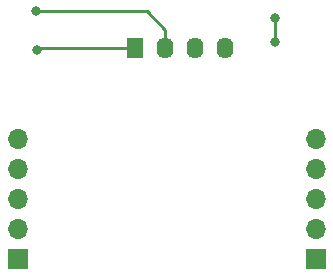
<source format=gbr>
%TF.GenerationSoftware,KiCad,Pcbnew,(6.0.4-0)*%
%TF.CreationDate,2022-07-13T07:01:54-06:00*%
%TF.ProjectId,level_translator,6c657665-6c5f-4747-9261-6e736c61746f,rev?*%
%TF.SameCoordinates,Original*%
%TF.FileFunction,Copper,L2,Bot*%
%TF.FilePolarity,Positive*%
%FSLAX46Y46*%
G04 Gerber Fmt 4.6, Leading zero omitted, Abs format (unit mm)*
G04 Created by KiCad (PCBNEW (6.0.4-0)) date 2022-07-13 07:01:54*
%MOMM*%
%LPD*%
G01*
G04 APERTURE LIST*
%TA.AperFunction,ComponentPad*%
%ADD10R,1.400000X1.800000*%
%TD*%
%TA.AperFunction,ComponentPad*%
%ADD11O,1.400000X1.800000*%
%TD*%
%TA.AperFunction,ComponentPad*%
%ADD12R,1.700000X1.700000*%
%TD*%
%TA.AperFunction,ComponentPad*%
%ADD13O,1.700000X1.700000*%
%TD*%
%TA.AperFunction,ViaPad*%
%ADD14C,0.800000*%
%TD*%
%TA.AperFunction,Conductor*%
%ADD15C,0.250000*%
%TD*%
G04 APERTURE END LIST*
D10*
%TO.P,PS1,1,-Vin*%
%TO.N,GNDPWR*%
X161000000Y-79600000D03*
D11*
%TO.P,PS1,2,+Vin*%
%TO.N,Net-(L1-Pad1)*%
X163540000Y-79600000D03*
%TO.P,PS1,3,0V*%
%TO.N,GND*%
X166080000Y-79600000D03*
%TO.P,PS1,4,+Vout*%
%TO.N,Net-(C4-Pad1)*%
X168620000Y-79600000D03*
%TD*%
D12*
%TO.P,J1,1,Pin_1*%
%TO.N,VD*%
X151100000Y-97500000D03*
D13*
%TO.P,J1,2,Pin_2*%
%TO.N,GNDPWR*%
X151100000Y-94960000D03*
%TO.P,J1,3,Pin_3*%
%TO.N,Net-(J1-Pad3)*%
X151100000Y-92420000D03*
%TO.P,J1,4,Pin_4*%
%TO.N,Net-(J1-Pad4)*%
X151100000Y-89880000D03*
%TO.P,J1,5,Pin_5*%
%TO.N,Net-(J1-Pad5)*%
X151100000Y-87340000D03*
%TD*%
D12*
%TO.P,J2,1,Pin_1*%
%TO.N,+5V*%
X176300000Y-97500000D03*
D13*
%TO.P,J2,2,Pin_2*%
%TO.N,GND*%
X176300000Y-94960000D03*
%TO.P,J2,3,Pin_3*%
%TO.N,Net-(J2-Pad3)*%
X176300000Y-92420000D03*
%TO.P,J2,4,Pin_4*%
%TO.N,Net-(J2-Pad4)*%
X176300000Y-89880000D03*
%TO.P,J2,5,Pin_5*%
%TO.N,Net-(J2-Pad5)*%
X176300000Y-87340000D03*
%TD*%
D14*
%TO.N,Net-(C4-Pad1)*%
X172900000Y-79100000D03*
X172900000Y-77100000D03*
%TO.N,Net-(L1-Pad1)*%
X152600000Y-76500000D03*
%TO.N,GNDPWR*%
X152700000Y-79800000D03*
%TD*%
D15*
%TO.N,Net-(C4-Pad1)*%
X172900000Y-77100000D02*
X172900000Y-79100000D01*
%TO.N,Net-(L1-Pad1)*%
X152600000Y-76500000D02*
X162000000Y-76500000D01*
X163540000Y-78040000D02*
X163540000Y-79600000D01*
X162000000Y-76500000D02*
X163540000Y-78040000D01*
%TO.N,GNDPWR*%
X152900000Y-79600000D02*
X152700000Y-79800000D01*
X161000000Y-79600000D02*
X152900000Y-79600000D01*
%TD*%
M02*

</source>
